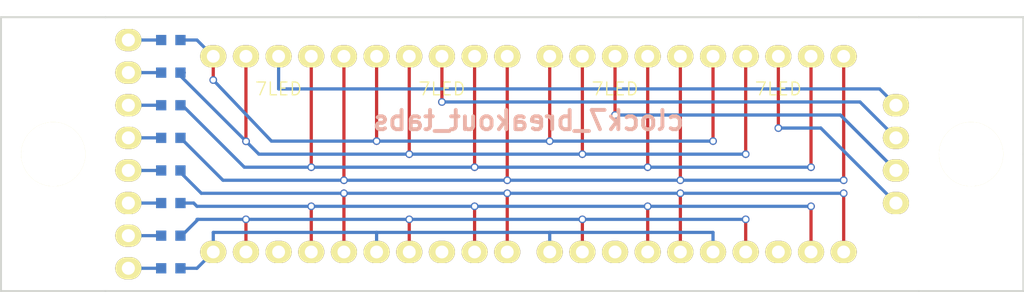
<source format=kicad_pcb>
(kicad_pcb (version 4) (host pcbnew 4.0.7-e2-6376~58~ubuntu16.04.1)

  (general
    (links 0)
    (no_connects 0)
    (area 84.002999 74.958999 142.719001 93.189001)
    (thickness 1.6)
    (drawings 10)
    (tracks 134)
    (zones 0)
    (modules 16)
    (nets 1)
  )

  (page A4)
  (layers
    (0 F.Cu signal)
    (31 B.Cu signal)
    (32 B.Adhes user)
    (33 F.Adhes user)
    (34 B.Paste user)
    (35 F.Paste user)
    (36 B.SilkS user)
    (37 F.SilkS user)
    (38 B.Mask user)
    (39 F.Mask user)
    (40 Dwgs.User user)
    (41 Cmts.User user)
    (42 Eco1.User user)
    (43 Eco2.User user)
    (44 Edge.Cuts user)
    (45 Margin user)
    (46 B.CrtYd user)
    (47 F.CrtYd user)
    (48 B.Fab user)
    (49 F.Fab user)
  )

  (setup
    (last_trace_width 0.25)
    (trace_clearance 0.2)
    (zone_clearance 0.508)
    (zone_45_only no)
    (trace_min 0.2)
    (segment_width 0.2)
    (edge_width 0.15)
    (via_size 0.6)
    (via_drill 0.4)
    (via_min_size 0.4)
    (via_min_drill 0.3)
    (uvia_size 0.3)
    (uvia_drill 0.1)
    (uvias_allowed no)
    (uvia_min_size 0.2)
    (uvia_min_drill 0.1)
    (pcb_text_width 0.3)
    (pcb_text_size 1.5 1.5)
    (mod_edge_width 0.15)
    (mod_text_size 1 1)
    (mod_text_width 0.15)
    (pad_size 1.524 1.524)
    (pad_drill 0.762)
    (pad_to_mask_clearance 0.2)
    (aux_axis_origin 0 0)
    (visible_elements FFFFFF7F)
    (pcbplotparams
      (layerselection 0x00030_80000001)
      (usegerberextensions false)
      (excludeedgelayer true)
      (linewidth 0.100000)
      (plotframeref false)
      (viasonmask false)
      (mode 1)
      (useauxorigin false)
      (hpglpennumber 1)
      (hpglpenspeed 20)
      (hpglpendiameter 15)
      (hpglpenoverlay 2)
      (psnegative false)
      (psa4output false)
      (plotreference true)
      (plotvalue true)
      (plotinvisibletext false)
      (padsonsilk false)
      (subtractmaskfromsilk false)
      (outputformat 1)
      (mirror false)
      (drillshape 1)
      (scaleselection 1)
      (outputdirectory ""))
  )

  (net 0 "")

  (net_class Default "This is the default net class."
    (clearance 0.2)
    (trace_width 0.25)
    (via_dia 0.6)
    (via_drill 0.4)
    (uvia_dia 0.3)
    (uvia_drill 0.1)
  )

  (module 00my_modules:R_0603 (layer B.Cu) (tedit 5415CC62) (tstamp 5AE91CC5)
    (at 88.9 75.184)
    (descr R0603)
    (tags "resistor capacitor led 0603")
    (attr smd)
    (fp_text reference "" (at 0 0) (layer B.SilkS)
      (effects (font (size 0.5 0.5) (thickness 0.1)) (justify mirror))
    )
    (fp_text value R (at 0 0) (layer B.Fab)
      (effects (font (size 0.5 0.5) (thickness 0.01)) (justify mirror))
    )
    (fp_line (start -1.2 0.45) (end 1.2 0.45) (layer B.CrtYd) (width 0.01))
    (fp_line (start -1.2 -0.45) (end 1.2 -0.45) (layer B.CrtYd) (width 0.01))
    (fp_line (start -1.2 0.45) (end -1.2 -0.45) (layer B.CrtYd) (width 0.01))
    (fp_line (start 1.2 0.45) (end 1.2 -0.45) (layer B.CrtYd) (width 0.01))
    (pad 1 smd rect (at -0.75 0) (size 0.8 0.8) (layers B.Cu B.Paste B.Mask))
    (pad 2 smd rect (at 0.75 0) (size 0.8 0.8) (layers B.Cu B.Paste B.Mask))
  )

  (module 00my_modules:Pin_Header_Straight_1x08 (layer F.Cu) (tedit 0) (tstamp 5AE919B3)
    (at 85.598 75.184)
    (descr "Through hole pin header")
    (tags "pin header")
    (fp_text reference "" (at 0 -2.4) (layer F.SilkS)
      (effects (font (size 0.5 0.5) (thickness 0.01)))
    )
    (fp_text value "" (at 0 -3.1) (layer F.Fab)
      (effects (font (size 0.5 0.5) (thickness 0.01)))
    )
    (fp_line (start -1.75 -1.75) (end -1.75 19.53) (layer F.CrtYd) (width 0.05))
    (fp_line (start 1.75 -1.75) (end 1.75 19.53) (layer F.CrtYd) (width 0.05))
    (fp_line (start -1.75 -1.75) (end 1.75 -1.75) (layer F.CrtYd) (width 0.05))
    (fp_line (start -1.75 19.53) (end 1.75 19.53) (layer F.CrtYd) (width 0.05))
    (pad 1 thru_hole oval (at 0 0) (size 2.032 1.7272) (drill 1.016) (layers *.Cu *.Mask F.SilkS))
    (pad 2 thru_hole oval (at 0 2.54) (size 2.032 1.7272) (drill 1.016) (layers *.Cu *.Mask F.SilkS))
    (pad 3 thru_hole oval (at 0 5.08) (size 2.032 1.7272) (drill 1.016) (layers *.Cu *.Mask F.SilkS))
    (pad 4 thru_hole oval (at 0 7.62) (size 2.032 1.7272) (drill 1.016) (layers *.Cu *.Mask F.SilkS))
    (pad 5 thru_hole oval (at 0 10.16) (size 2.032 1.7272) (drill 1.016) (layers *.Cu *.Mask F.SilkS))
    (pad 6 thru_hole oval (at 0 12.7) (size 2.032 1.7272) (drill 1.016) (layers *.Cu *.Mask F.SilkS))
    (pad 7 thru_hole oval (at 0 15.24) (size 2.032 1.7272) (drill 1.016) (layers *.Cu *.Mask F.SilkS))
    (pad 8 thru_hole oval (at 0 17.78) (size 2.032 1.7272) (drill 1.016) (layers *.Cu *.Mask F.SilkS))
  )

  (module 00my_modules:SevenSegmentLed (layer F.Cu) (tedit 0) (tstamp 5AE5DDFC)
    (at 92.202 76.454)
    (descr "seven segment led")
    (tags led)
    (fp_text reference 7LED (at 5.08 2.54) (layer F.SilkS)
      (effects (font (size 1 1) (thickness 0.1)))
    )
    (fp_text value "" (at 10.16 12.7) (layer F.Fab)
      (effects (font (size 0.5 0.5) (thickness 0.01)))
    )
    (fp_line (start -1.27 -1.27) (end -1.27 16.51) (layer F.CrtYd) (width 0.05))
    (fp_line (start 11.43 -1.27) (end 11.43 16.51) (layer F.CrtYd) (width 0.05))
    (fp_line (start -1.27 -1.27) (end 11.43 -1.27) (layer F.CrtYd) (width 0.05))
    (fp_line (start -1.27 16.51) (end 11.43 16.51) (layer F.CrtYd) (width 0.05))
    (pad 10 thru_hole oval (at 0 0) (size 2.032 1.7272) (drill 1) (layers *.Cu *.Mask F.SilkS))
    (pad 9 thru_hole oval (at 2.54 0) (size 2.032 1.7272) (drill 1) (layers *.Cu *.Mask F.SilkS))
    (pad 8 thru_hole oval (at 5.08 0) (size 2.032 1.7272) (drill 1) (layers *.Cu *.Mask F.SilkS))
    (pad 7 thru_hole oval (at 7.62 0) (size 2.032 1.7272) (drill 1) (layers *.Cu *.Mask F.SilkS))
    (pad 6 thru_hole oval (at 10.16 0) (size 2.032 1.7272) (drill 1) (layers *.Cu *.Mask F.SilkS))
    (pad 1 thru_hole oval (at 0 15.24) (size 2.032 1.7272) (drill 1) (layers *.Cu *.Mask F.SilkS))
    (pad 2 thru_hole oval (at 2.54 15.24) (size 2.032 1.7272) (drill 1) (layers *.Cu *.Mask F.SilkS))
    (pad 3 thru_hole oval (at 5.08 15.24) (size 2.032 1.7272) (drill 1) (layers *.Cu *.Mask F.SilkS))
    (pad 4 thru_hole oval (at 7.62 15.24) (size 2.032 1.7272) (drill 1) (layers *.Cu *.Mask F.SilkS))
    (pad 5 thru_hole oval (at 10.16 15.24) (size 2.032 1.7272) (drill 1) (layers *.Cu *.Mask F.SilkS))
  )

  (module 00my_modules:SevenSegmentLed (layer F.Cu) (tedit 0) (tstamp 5AE5DE1F)
    (at 104.902 76.454)
    (descr "seven segment led")
    (tags led)
    (fp_text reference 7LED (at 5.08 2.54) (layer F.SilkS)
      (effects (font (size 1 1) (thickness 0.1)))
    )
    (fp_text value "" (at 10.16 12.7) (layer F.Fab)
      (effects (font (size 0.5 0.5) (thickness 0.01)))
    )
    (fp_line (start -1.27 -1.27) (end -1.27 16.51) (layer F.CrtYd) (width 0.05))
    (fp_line (start 11.43 -1.27) (end 11.43 16.51) (layer F.CrtYd) (width 0.05))
    (fp_line (start -1.27 -1.27) (end 11.43 -1.27) (layer F.CrtYd) (width 0.05))
    (fp_line (start -1.27 16.51) (end 11.43 16.51) (layer F.CrtYd) (width 0.05))
    (pad 10 thru_hole oval (at 0 0) (size 2.032 1.7272) (drill 1) (layers *.Cu *.Mask F.SilkS))
    (pad 9 thru_hole oval (at 2.54 0) (size 2.032 1.7272) (drill 1) (layers *.Cu *.Mask F.SilkS))
    (pad 8 thru_hole oval (at 5.08 0) (size 2.032 1.7272) (drill 1) (layers *.Cu *.Mask F.SilkS))
    (pad 7 thru_hole oval (at 7.62 0) (size 2.032 1.7272) (drill 1) (layers *.Cu *.Mask F.SilkS))
    (pad 6 thru_hole oval (at 10.16 0) (size 2.032 1.7272) (drill 1) (layers *.Cu *.Mask F.SilkS))
    (pad 1 thru_hole oval (at 0 15.24) (size 2.032 1.7272) (drill 1) (layers *.Cu *.Mask F.SilkS))
    (pad 2 thru_hole oval (at 2.54 15.24) (size 2.032 1.7272) (drill 1) (layers *.Cu *.Mask F.SilkS))
    (pad 3 thru_hole oval (at 5.08 15.24) (size 2.032 1.7272) (drill 1) (layers *.Cu *.Mask F.SilkS))
    (pad 4 thru_hole oval (at 7.62 15.24) (size 2.032 1.7272) (drill 1) (layers *.Cu *.Mask F.SilkS))
    (pad 5 thru_hole oval (at 10.16 15.24) (size 2.032 1.7272) (drill 1) (layers *.Cu *.Mask F.SilkS))
  )

  (module 00my_modules:SevenSegmentLed (layer F.Cu) (tedit 0) (tstamp 5AE5DE42)
    (at 118.364 76.454)
    (descr "seven segment led")
    (tags led)
    (fp_text reference 7LED (at 5.08 2.54) (layer F.SilkS)
      (effects (font (size 1 1) (thickness 0.1)))
    )
    (fp_text value "" (at 10.16 12.7) (layer F.Fab)
      (effects (font (size 0.5 0.5) (thickness 0.01)))
    )
    (fp_line (start -1.27 -1.27) (end -1.27 16.51) (layer F.CrtYd) (width 0.05))
    (fp_line (start 11.43 -1.27) (end 11.43 16.51) (layer F.CrtYd) (width 0.05))
    (fp_line (start -1.27 -1.27) (end 11.43 -1.27) (layer F.CrtYd) (width 0.05))
    (fp_line (start -1.27 16.51) (end 11.43 16.51) (layer F.CrtYd) (width 0.05))
    (pad 10 thru_hole oval (at 0 0) (size 2.032 1.7272) (drill 1) (layers *.Cu *.Mask F.SilkS))
    (pad 9 thru_hole oval (at 2.54 0) (size 2.032 1.7272) (drill 1) (layers *.Cu *.Mask F.SilkS))
    (pad 8 thru_hole oval (at 5.08 0) (size 2.032 1.7272) (drill 1) (layers *.Cu *.Mask F.SilkS))
    (pad 7 thru_hole oval (at 7.62 0) (size 2.032 1.7272) (drill 1) (layers *.Cu *.Mask F.SilkS))
    (pad 6 thru_hole oval (at 10.16 0) (size 2.032 1.7272) (drill 1) (layers *.Cu *.Mask F.SilkS))
    (pad 1 thru_hole oval (at 0 15.24) (size 2.032 1.7272) (drill 1) (layers *.Cu *.Mask F.SilkS))
    (pad 2 thru_hole oval (at 2.54 15.24) (size 2.032 1.7272) (drill 1) (layers *.Cu *.Mask F.SilkS))
    (pad 3 thru_hole oval (at 5.08 15.24) (size 2.032 1.7272) (drill 1) (layers *.Cu *.Mask F.SilkS))
    (pad 4 thru_hole oval (at 7.62 15.24) (size 2.032 1.7272) (drill 1) (layers *.Cu *.Mask F.SilkS))
    (pad 5 thru_hole oval (at 10.16 15.24) (size 2.032 1.7272) (drill 1) (layers *.Cu *.Mask F.SilkS))
  )

  (module 00my_modules:SevenSegmentLed (layer F.Cu) (tedit 0) (tstamp 5AE5DE77)
    (at 131.064 76.454)
    (descr "seven segment led")
    (tags led)
    (fp_text reference 7LED (at 5.08 2.54) (layer F.SilkS)
      (effects (font (size 1 1) (thickness 0.1)))
    )
    (fp_text value "" (at 10.16 12.7) (layer F.Fab)
      (effects (font (size 0.5 0.5) (thickness 0.01)))
    )
    (fp_line (start -1.27 -1.27) (end -1.27 16.51) (layer F.CrtYd) (width 0.05))
    (fp_line (start 11.43 -1.27) (end 11.43 16.51) (layer F.CrtYd) (width 0.05))
    (fp_line (start -1.27 -1.27) (end 11.43 -1.27) (layer F.CrtYd) (width 0.05))
    (fp_line (start -1.27 16.51) (end 11.43 16.51) (layer F.CrtYd) (width 0.05))
    (pad 10 thru_hole oval (at 0 0) (size 2.032 1.7272) (drill 1) (layers *.Cu *.Mask F.SilkS))
    (pad 9 thru_hole oval (at 2.54 0) (size 2.032 1.7272) (drill 1) (layers *.Cu *.Mask F.SilkS))
    (pad 8 thru_hole oval (at 5.08 0) (size 2.032 1.7272) (drill 1) (layers *.Cu *.Mask F.SilkS))
    (pad 7 thru_hole oval (at 7.62 0) (size 2.032 1.7272) (drill 1) (layers *.Cu *.Mask F.SilkS))
    (pad 6 thru_hole oval (at 10.16 0) (size 2.032 1.7272) (drill 1) (layers *.Cu *.Mask F.SilkS))
    (pad 1 thru_hole oval (at 0 15.24) (size 2.032 1.7272) (drill 1) (layers *.Cu *.Mask F.SilkS))
    (pad 2 thru_hole oval (at 2.54 15.24) (size 2.032 1.7272) (drill 1) (layers *.Cu *.Mask F.SilkS))
    (pad 3 thru_hole oval (at 5.08 15.24) (size 2.032 1.7272) (drill 1) (layers *.Cu *.Mask F.SilkS))
    (pad 4 thru_hole oval (at 7.62 15.24) (size 2.032 1.7272) (drill 1) (layers *.Cu *.Mask F.SilkS))
    (pad 5 thru_hole oval (at 10.16 15.24) (size 2.032 1.7272) (drill 1) (layers *.Cu *.Mask F.SilkS))
  )

  (module 00my_modules:Pin_Header_Straight_1x04 (layer F.Cu) (tedit 0) (tstamp 5AE9170B)
    (at 145.288 80.264)
    (descr "Through hole pin header")
    (tags "pin header")
    (fp_text reference "" (at 0 -2.4) (layer F.SilkS)
      (effects (font (size 0.5 0.5) (thickness 0.01)))
    )
    (fp_text value "" (at 0 -3.1) (layer F.Fab)
      (effects (font (size 0.5 0.5) (thickness 0.01)))
    )
    (fp_line (start -1.75 -1.75) (end -1.75 9.37) (layer F.CrtYd) (width 0.05))
    (fp_line (start 1.75 -1.75) (end 1.75 9.37) (layer F.CrtYd) (width 0.05))
    (fp_line (start -1.75 -1.75) (end 1.75 -1.75) (layer F.CrtYd) (width 0.05))
    (fp_line (start -1.75 9.37) (end 1.75 9.37) (layer F.CrtYd) (width 0.05))
    (pad 1 thru_hole oval (at 0 0) (size 2.032 1.7272) (drill 1.016) (layers *.Cu *.Mask F.SilkS))
    (pad 2 thru_hole oval (at 0 2.54) (size 2.032 1.7272) (drill 1.016) (layers *.Cu *.Mask F.SilkS))
    (pad 3 thru_hole oval (at 0 5.08) (size 2.032 1.7272) (drill 1.016) (layers *.Cu *.Mask F.SilkS))
    (pad 4 thru_hole oval (at 0 7.62) (size 2.032 1.7272) (drill 1.016) (layers *.Cu *.Mask F.SilkS))
  )

  (module 00my_modules:R_0603 (layer B.Cu) (tedit 5415CC62) (tstamp 5AE91C3E)
    (at 88.9 92.964)
    (descr R0603)
    (tags "resistor capacitor led 0603")
    (attr smd)
    (fp_text reference "" (at 0 0) (layer B.SilkS)
      (effects (font (size 0.5 0.5) (thickness 0.1)) (justify mirror))
    )
    (fp_text value R (at 0 0) (layer B.Fab)
      (effects (font (size 0.5 0.5) (thickness 0.01)) (justify mirror))
    )
    (fp_line (start -1.2 0.45) (end 1.2 0.45) (layer B.CrtYd) (width 0.01))
    (fp_line (start -1.2 -0.45) (end 1.2 -0.45) (layer B.CrtYd) (width 0.01))
    (fp_line (start -1.2 0.45) (end -1.2 -0.45) (layer B.CrtYd) (width 0.01))
    (fp_line (start 1.2 0.45) (end 1.2 -0.45) (layer B.CrtYd) (width 0.01))
    (pad 1 smd rect (at -0.75 0) (size 0.8 0.8) (layers B.Cu B.Paste B.Mask))
    (pad 2 smd rect (at 0.75 0) (size 0.8 0.8) (layers B.Cu B.Paste B.Mask))
  )

  (module 00my_modules:R_0603 (layer B.Cu) (tedit 5415CC62) (tstamp 5AE91C51)
    (at 88.9 90.424)
    (descr R0603)
    (tags "resistor capacitor led 0603")
    (attr smd)
    (fp_text reference "" (at 0 0) (layer B.SilkS)
      (effects (font (size 0.5 0.5) (thickness 0.1)) (justify mirror))
    )
    (fp_text value R (at 0 0) (layer B.Fab)
      (effects (font (size 0.5 0.5) (thickness 0.01)) (justify mirror))
    )
    (fp_line (start -1.2 0.45) (end 1.2 0.45) (layer B.CrtYd) (width 0.01))
    (fp_line (start -1.2 -0.45) (end 1.2 -0.45) (layer B.CrtYd) (width 0.01))
    (fp_line (start -1.2 0.45) (end -1.2 -0.45) (layer B.CrtYd) (width 0.01))
    (fp_line (start 1.2 0.45) (end 1.2 -0.45) (layer B.CrtYd) (width 0.01))
    (pad 1 smd rect (at -0.75 0) (size 0.8 0.8) (layers B.Cu B.Paste B.Mask))
    (pad 2 smd rect (at 0.75 0) (size 0.8 0.8) (layers B.Cu B.Paste B.Mask))
  )

  (module 00my_modules:R_0603 (layer B.Cu) (tedit 5415CC62) (tstamp 5AE91C64)
    (at 88.9 87.884)
    (descr R0603)
    (tags "resistor capacitor led 0603")
    (attr smd)
    (fp_text reference "" (at 0 0) (layer B.SilkS)
      (effects (font (size 0.5 0.5) (thickness 0.1)) (justify mirror))
    )
    (fp_text value R (at 0 0) (layer B.Fab)
      (effects (font (size 0.5 0.5) (thickness 0.01)) (justify mirror))
    )
    (fp_line (start -1.2 0.45) (end 1.2 0.45) (layer B.CrtYd) (width 0.01))
    (fp_line (start -1.2 -0.45) (end 1.2 -0.45) (layer B.CrtYd) (width 0.01))
    (fp_line (start -1.2 0.45) (end -1.2 -0.45) (layer B.CrtYd) (width 0.01))
    (fp_line (start 1.2 0.45) (end 1.2 -0.45) (layer B.CrtYd) (width 0.01))
    (pad 1 smd rect (at -0.75 0) (size 0.8 0.8) (layers B.Cu B.Paste B.Mask))
    (pad 2 smd rect (at 0.75 0) (size 0.8 0.8) (layers B.Cu B.Paste B.Mask))
  )

  (module 00my_modules:R_0603 (layer B.Cu) (tedit 5415CC62) (tstamp 5AE91C78)
    (at 88.9 85.344)
    (descr R0603)
    (tags "resistor capacitor led 0603")
    (attr smd)
    (fp_text reference "" (at 0 0) (layer B.SilkS)
      (effects (font (size 0.5 0.5) (thickness 0.1)) (justify mirror))
    )
    (fp_text value R (at 0 0) (layer B.Fab)
      (effects (font (size 0.5 0.5) (thickness 0.01)) (justify mirror))
    )
    (fp_line (start -1.2 0.45) (end 1.2 0.45) (layer B.CrtYd) (width 0.01))
    (fp_line (start -1.2 -0.45) (end 1.2 -0.45) (layer B.CrtYd) (width 0.01))
    (fp_line (start -1.2 0.45) (end -1.2 -0.45) (layer B.CrtYd) (width 0.01))
    (fp_line (start 1.2 0.45) (end 1.2 -0.45) (layer B.CrtYd) (width 0.01))
    (pad 1 smd rect (at -0.75 0) (size 0.8 0.8) (layers B.Cu B.Paste B.Mask))
    (pad 2 smd rect (at 0.75 0) (size 0.8 0.8) (layers B.Cu B.Paste B.Mask))
  )

  (module 00my_modules:R_0603 (layer B.Cu) (tedit 5415CC62) (tstamp 5AE91C8B)
    (at 88.9 82.804)
    (descr R0603)
    (tags "resistor capacitor led 0603")
    (attr smd)
    (fp_text reference "" (at 0 0) (layer B.SilkS)
      (effects (font (size 0.5 0.5) (thickness 0.1)) (justify mirror))
    )
    (fp_text value R (at 0 0) (layer B.Fab)
      (effects (font (size 0.5 0.5) (thickness 0.01)) (justify mirror))
    )
    (fp_line (start -1.2 0.45) (end 1.2 0.45) (layer B.CrtYd) (width 0.01))
    (fp_line (start -1.2 -0.45) (end 1.2 -0.45) (layer B.CrtYd) (width 0.01))
    (fp_line (start -1.2 0.45) (end -1.2 -0.45) (layer B.CrtYd) (width 0.01))
    (fp_line (start 1.2 0.45) (end 1.2 -0.45) (layer B.CrtYd) (width 0.01))
    (pad 1 smd rect (at -0.75 0) (size 0.8 0.8) (layers B.Cu B.Paste B.Mask))
    (pad 2 smd rect (at 0.75 0) (size 0.8 0.8) (layers B.Cu B.Paste B.Mask))
  )

  (module 00my_modules:R_0603 (layer B.Cu) (tedit 5415CC62) (tstamp 5AE91C9E)
    (at 88.9 80.264)
    (descr R0603)
    (tags "resistor capacitor led 0603")
    (attr smd)
    (fp_text reference "" (at 0 0) (layer B.SilkS)
      (effects (font (size 0.5 0.5) (thickness 0.1)) (justify mirror))
    )
    (fp_text value R (at 0 0) (layer B.Fab)
      (effects (font (size 0.5 0.5) (thickness 0.01)) (justify mirror))
    )
    (fp_line (start -1.2 0.45) (end 1.2 0.45) (layer B.CrtYd) (width 0.01))
    (fp_line (start -1.2 -0.45) (end 1.2 -0.45) (layer B.CrtYd) (width 0.01))
    (fp_line (start -1.2 0.45) (end -1.2 -0.45) (layer B.CrtYd) (width 0.01))
    (fp_line (start 1.2 0.45) (end 1.2 -0.45) (layer B.CrtYd) (width 0.01))
    (pad 1 smd rect (at -0.75 0) (size 0.8 0.8) (layers B.Cu B.Paste B.Mask))
    (pad 2 smd rect (at 0.75 0) (size 0.8 0.8) (layers B.Cu B.Paste B.Mask))
  )

  (module 00my_modules:R_0603 (layer B.Cu) (tedit 5415CC62) (tstamp 5AE91CB1)
    (at 88.9 77.724)
    (descr R0603)
    (tags "resistor capacitor led 0603")
    (attr smd)
    (fp_text reference "" (at 0 0) (layer B.SilkS)
      (effects (font (size 0.5 0.5) (thickness 0.1)) (justify mirror))
    )
    (fp_text value R (at 0 0) (layer B.Fab)
      (effects (font (size 0.5 0.5) (thickness 0.01)) (justify mirror))
    )
    (fp_line (start -1.2 0.45) (end 1.2 0.45) (layer B.CrtYd) (width 0.01))
    (fp_line (start -1.2 -0.45) (end 1.2 -0.45) (layer B.CrtYd) (width 0.01))
    (fp_line (start -1.2 0.45) (end -1.2 -0.45) (layer B.CrtYd) (width 0.01))
    (fp_line (start 1.2 0.45) (end 1.2 -0.45) (layer B.CrtYd) (width 0.01))
    (pad 1 smd rect (at -0.75 0) (size 0.8 0.8) (layers B.Cu B.Paste B.Mask))
    (pad 2 smd rect (at 0.75 0) (size 0.8 0.8) (layers B.Cu B.Paste B.Mask))
  )

  (module 00my_modules:Hole0 (layer F.Cu) (tedit 0) (tstamp 5AE92300)
    (at 151.13 84.074)
    (descr hole0)
    (tags hole)
    (fp_text reference "" (at 0 0) (layer F.SilkS)
      (effects (font (size 0.5 0.5) (thickness 0.01)))
    )
    (fp_text value "" (at 0 0) (layer F.Fab)
      (effects (font (size 0.5 0.5) (thickness 0.01)))
    )
    (pad "" np_thru_hole circle (at 0 0) (size 5 5) (drill 5) (layers *.Cu *.Mask F.SilkS))
  )

  (module 00my_modules:Hole0 (layer F.Cu) (tedit 0) (tstamp 5AE92313)
    (at 79.756 84.074)
    (descr hole0)
    (tags hole)
    (fp_text reference "" (at 0 0) (layer F.SilkS)
      (effects (font (size 0.5 0.5) (thickness 0.01)))
    )
    (fp_text value "" (at 0 0) (layer F.Fab)
      (effects (font (size 0.5 0.5) (thickness 0.01)))
    )
    (pad "" np_thru_hole circle (at 0 0) (size 5 5) (drill 5) (layers *.Cu *.Mask F.SilkS))
  )

  (gr_line (start 155.194 94.742) (end 147.066 94.742) (angle 90) (layer Edge.Cuts) (width 0.15))
  (gr_line (start 155.194 84.074) (end 155.194 94.742) (angle 90) (layer Edge.Cuts) (width 0.15))
  (gr_line (start 155.194 73.406) (end 147.066 73.406) (angle 90) (layer Edge.Cuts) (width 0.15))
  (gr_line (start 155.194 84.074) (end 155.194 73.406) (angle 90) (layer Edge.Cuts) (width 0.15))
  (gr_line (start 75.692 94.742) (end 83.82 94.742) (angle 90) (layer Edge.Cuts) (width 0.15))
  (gr_line (start 75.692 73.406) (end 75.692 94.742) (angle 90) (layer Edge.Cuts) (width 0.15))
  (gr_line (start 83.82 73.406) (end 75.692 73.406) (angle 90) (layer Edge.Cuts) (width 0.15))
  (gr_line (start 83.82 73.406) (end 147.066 73.406) (angle 90) (layer Edge.Cuts) (width 0.15))
  (gr_text clock7_breakout_tabs (at 116.7 81.45) (layer B.SilkS)
    (effects (font (size 1.5 1.5) (thickness 0.3)) (justify mirror))
  )
  (gr_line (start 83.82 94.742) (end 147.066 94.742) (angle 90) (layer Edge.Cuts) (width 0.15))

  (segment (start 88.15 92.964) (end 85.598 92.964) (width 0.25) (layer B.Cu) (net 0) (status C00000))
  (segment (start 88.15 90.424) (end 85.598 90.424) (width 0.25) (layer B.Cu) (net 0) (status C00000))
  (segment (start 88.15 87.884) (end 85.598 87.884) (width 0.25) (layer B.Cu) (net 0) (status C00000))
  (segment (start 88.15 85.344) (end 85.598 85.344) (width 0.25) (layer B.Cu) (net 0) (status C00000))
  (segment (start 88.15 82.804) (end 85.598 82.804) (width 0.25) (layer B.Cu) (net 0) (status C00000))
  (segment (start 88.15 80.264) (end 85.598 80.264) (width 0.25) (layer B.Cu) (net 0) (status C00000))
  (segment (start 85.598 77.724) (end 88.15 77.724) (width 0.25) (layer B.Cu) (net 0) (status C00000))
  (segment (start 88.15 75.184) (end 85.598 75.184) (width 0.25) (layer B.Cu) (net 0) (status C00000))
  (segment (start 89.65 77.724) (end 89.65 77.975) (width 0.25) (layer B.Cu) (net 0))
  (segment (start 89.65 77.975) (end 94.75 83.075) (width 0.25) (layer B.Cu) (net 0) (tstamp 5AE920A6))
  (segment (start 94.742 76.454) (end 94.742 83.067) (width 0.25) (layer F.Cu) (net 0))
  (segment (start 95.758 84.074) (end 107.442 84.074) (width 0.25) (layer B.Cu) (net 0) (tstamp 5AE92093))
  (segment (start 95.749 84.074) (end 95.758 84.074) (width 0.25) (layer B.Cu) (net 0) (tstamp 5AE920A4))
  (segment (start 94.75 83.075) (end 95.749 84.074) (width 0.25) (layer B.Cu) (net 0) (tstamp 5AE920A3))
  (via (at 94.75 83.075) (size 0.6) (drill 0.4) (layers F.Cu B.Cu) (net 0))
  (segment (start 94.742 83.067) (end 94.75 83.075) (width 0.25) (layer F.Cu) (net 0) (tstamp 5AE9209F))
  (segment (start 89.65 85.344) (end 89.65 85.5) (width 0.25) (layer B.Cu) (net 0))
  (segment (start 89.65 85.5) (end 91.272 87.122) (width 0.25) (layer B.Cu) (net 0) (tstamp 5AE92085))
  (segment (start 89.65 82.804) (end 89.654 82.804) (width 0.25) (layer B.Cu) (net 0))
  (segment (start 89.654 82.804) (end 92.956 86.106) (width 0.25) (layer B.Cu) (net 0) (tstamp 5AE9207F))
  (segment (start 89.65 80.264) (end 89.789 80.264) (width 0.25) (layer B.Cu) (net 0))
  (segment (start 89.789 80.264) (end 94.615 85.09) (width 0.25) (layer B.Cu) (net 0) (tstamp 5AE9207A))
  (segment (start 89.65 77.724) (end 89.949 77.724) (width 0.25) (layer B.Cu) (net 0))
  (segment (start 91.272 87.122) (end 102.362 87.122) (width 0.25) (layer B.Cu) (net 0) (tstamp 5AE92087))
  (segment (start 89.65 90.424) (end 89.751 90.424) (width 0.25) (layer B.Cu) (net 0))
  (segment (start 89.751 90.424) (end 91.021 89.154) (width 0.25) (layer B.Cu) (net 0) (tstamp 5AE9204F))
  (segment (start 89.65 87.884) (end 90.678 87.884) (width 0.25) (layer B.Cu) (net 0))
  (segment (start 90.932 88.138) (end 99.822 88.138) (width 0.25) (layer B.Cu) (net 0))
  (segment (start 90.678 87.884) (end 90.932 88.138) (width 0.25) (layer B.Cu) (net 0) (tstamp 5AE9204D))
  (segment (start 89.65 92.964) (end 90.932 92.964) (width 0.25) (layer B.Cu) (net 0))
  (segment (start 90.932 92.964) (end 92.202 91.694) (width 0.25) (layer B.Cu) (net 0) (tstamp 5AE92049))
  (segment (start 94.615 85.09) (end 99.822 85.09) (width 0.25) (layer B.Cu) (net 0) (tstamp 5AE9207C))
  (segment (start 89.65 75.184) (end 90.932 75.184) (width 0.25) (layer B.Cu) (net 0))
  (segment (start 90.932 75.184) (end 92.202 76.454) (width 0.25) (layer B.Cu) (net 0) (tstamp 5AE92011))
  (segment (start 102.362 86.106) (end 92.956 86.106) (width 0.25) (layer B.Cu) (net 0))
  (segment (start 94.742 89.154) (end 91.021 89.154) (width 0.25) (layer B.Cu) (net 0))
  (segment (start 91.021 89.154) (end 90.932 89.154) (width 0.25) (layer B.Cu) (net 0) (tstamp 5AE92051))
  (segment (start 97.282 78.994) (end 144.018 78.994) (width 0.25) (layer B.Cu) (net 0))
  (segment (start 144.018 78.994) (end 145.288 80.264) (width 0.25) (layer B.Cu) (net 0) (tstamp 5AE91722))
  (segment (start 109.982 80.01) (end 142.494 80.01) (width 0.25) (layer B.Cu) (net 0))
  (segment (start 142.494 80.01) (end 145.288 82.804) (width 0.25) (layer B.Cu) (net 0) (tstamp 5AE9171F))
  (segment (start 123.444 81.026) (end 140.97 81.026) (width 0.25) (layer B.Cu) (net 0))
  (segment (start 140.97 81.026) (end 145.288 85.344) (width 0.25) (layer B.Cu) (net 0) (tstamp 5AE9171C))
  (segment (start 136.144 82.042) (end 139.446 82.042) (width 0.25) (layer B.Cu) (net 0))
  (segment (start 139.446 82.042) (end 145.288 87.884) (width 0.25) (layer B.Cu) (net 0) (tstamp 5AE91719))
  (segment (start 97.282 78.994) (end 97.282 76.454) (width 0.25) (layer B.Cu) (net 0))
  (via (at 109.982 80.01) (size 0.6) (drill 0.4) (layers F.Cu B.Cu) (net 0))
  (segment (start 109.982 80.01) (end 109.982 76.454) (width 0.25) (layer F.Cu) (net 0))
  (segment (start 123.444 81.026) (end 123.444 76.454) (width 0.25) (layer F.Cu) (net 0) (tstamp 5AE5E05B))
  (via (at 123.444 81.026) (size 0.6) (drill 0.4) (layers F.Cu B.Cu) (net 0))
  (via (at 136.144 82.042) (size 0.6) (drill 0.4) (layers F.Cu B.Cu) (net 0))
  (segment (start 136.144 82.042) (end 136.144 76.454) (width 0.25) (layer F.Cu) (net 0))
  (via (at 118.364 83.058) (size 0.6) (drill 0.4) (layers F.Cu B.Cu) (net 0))
  (segment (start 118.364 83.058) (end 118.364 76.454) (width 0.25) (layer F.Cu) (net 0) (tstamp 5AE5E0EE))
  (segment (start 120.904 76.454) (end 120.904 84.074) (width 0.25) (layer F.Cu) (net 0))
  (via (at 120.904 84.074) (size 0.6) (drill 0.4) (layers F.Cu B.Cu) (net 0))
  (via (at 125.984 85.09) (size 0.6) (drill 0.4) (layers F.Cu B.Cu) (net 0))
  (segment (start 125.984 85.09) (end 125.984 76.454) (width 0.25) (layer F.Cu) (net 0) (tstamp 5AE5E0E2))
  (segment (start 128.524 76.454) (end 128.524 86.106) (width 0.25) (layer F.Cu) (net 0))
  (via (at 128.524 86.106) (size 0.6) (drill 0.4) (layers F.Cu B.Cu) (net 0))
  (via (at 104.902 83.058) (size 0.6) (drill 0.4) (layers F.Cu B.Cu) (net 0))
  (segment (start 104.902 83.058) (end 104.902 76.454) (width 0.25) (layer F.Cu) (net 0) (tstamp 5AE5E0D6))
  (segment (start 107.442 76.454) (end 107.442 84.074) (width 0.25) (layer F.Cu) (net 0))
  (via (at 107.442 84.074) (size 0.6) (drill 0.4) (layers F.Cu B.Cu) (net 0))
  (via (at 112.522 85.09) (size 0.6) (drill 0.4) (layers F.Cu B.Cu) (net 0))
  (segment (start 112.522 85.09) (end 112.522 76.454) (width 0.25) (layer F.Cu) (net 0) (tstamp 5AE5E0CA))
  (segment (start 115.062 76.454) (end 115.062 86.106) (width 0.25) (layer F.Cu) (net 0))
  (via (at 115.062 86.106) (size 0.6) (drill 0.4) (layers F.Cu B.Cu) (net 0))
  (via (at 92.2 78.3) (size 0.6) (drill 0.4) (layers F.Cu B.Cu) (net 0))
  (segment (start 92.2 78.3) (end 92.202 76.454) (width 0.25) (layer F.Cu) (net 0) (tstamp 5AE5E0BE))
  (segment (start 99.822 76.454) (end 99.822 85.09) (width 0.25) (layer F.Cu) (net 0))
  (via (at 99.822 85.09) (size 0.6) (drill 0.4) (layers F.Cu B.Cu) (net 0))
  (via (at 102.362 86.106) (size 0.6) (drill 0.4) (layers F.Cu B.Cu) (net 0))
  (segment (start 102.362 86.106) (end 102.362 76.454) (width 0.25) (layer F.Cu) (net 0) (tstamp 5AE5E0A5))
  (segment (start 102.362 91.694) (end 102.362 87.122) (width 0.25) (layer F.Cu) (net 0))
  (via (at 102.362 87.122) (size 0.6) (drill 0.4) (layers F.Cu B.Cu) (net 0))
  (via (at 99.822 88.138) (size 0.6) (drill 0.4) (layers F.Cu B.Cu) (net 0))
  (segment (start 99.822 88.138) (end 99.822 91.694) (width 0.25) (layer F.Cu) (net 0) (tstamp 5AE5E099))
  (segment (start 94.742 91.694) (end 94.742 89.154) (width 0.25) (layer F.Cu) (net 0))
  (via (at 94.742 89.154) (size 0.6) (drill 0.4) (layers F.Cu B.Cu) (net 0))
  (via (at 115.062 87.122) (size 0.6) (drill 0.4) (layers F.Cu B.Cu) (net 0))
  (segment (start 115.062 87.122) (end 115.062 91.694) (width 0.25) (layer F.Cu) (net 0) (tstamp 5AE5E08D))
  (segment (start 112.522 91.694) (end 112.522 88.138) (width 0.25) (layer F.Cu) (net 0))
  (via (at 112.522 88.138) (size 0.6) (drill 0.4) (layers F.Cu B.Cu) (net 0))
  (via (at 107.442 89.154) (size 0.6) (drill 0.4) (layers F.Cu B.Cu) (net 0))
  (segment (start 107.442 89.154) (end 107.442 91.694) (width 0.25) (layer F.Cu) (net 0) (tstamp 5AE5E080))
  (segment (start 128.524 91.694) (end 128.524 87.122) (width 0.25) (layer F.Cu) (net 0))
  (via (at 128.524 87.122) (size 0.6) (drill 0.4) (layers F.Cu B.Cu) (net 0))
  (via (at 125.984 88.138) (size 0.6) (drill 0.4) (layers F.Cu B.Cu) (net 0))
  (segment (start 125.984 88.138) (end 125.984 91.694) (width 0.25) (layer F.Cu) (net 0) (tstamp 5AE5E074))
  (segment (start 120.904 91.694) (end 120.904 89.154) (width 0.25) (layer F.Cu) (net 0))
  (via (at 120.904 89.154) (size 0.6) (drill 0.4) (layers F.Cu B.Cu) (net 0))
  (via (at 131.064 83.058) (size 0.6) (drill 0.4) (layers F.Cu B.Cu) (net 0))
  (segment (start 131.064 83.058) (end 131.064 76.454) (width 0.25) (layer F.Cu) (net 0) (tstamp 5AE5E04A))
  (segment (start 133.604 76.454) (end 133.604 84.074) (width 0.25) (layer F.Cu) (net 0))
  (via (at 133.604 84.074) (size 0.6) (drill 0.4) (layers F.Cu B.Cu) (net 0))
  (via (at 138.684 85.09) (size 0.6) (drill 0.4) (layers F.Cu B.Cu) (net 0))
  (segment (start 138.684 85.09) (end 138.684 76.454) (width 0.25) (layer F.Cu) (net 0) (tstamp 5AE5E03E))
  (segment (start 141.224 76.454) (end 141.224 86.106) (width 0.25) (layer F.Cu) (net 0))
  (via (at 141.224 86.106) (size 0.6) (drill 0.4) (layers F.Cu B.Cu) (net 0))
  (segment (start 141.224 91.694) (end 141.224 87.122) (width 0.25) (layer F.Cu) (net 0))
  (via (at 141.224 87.122) (size 0.6) (drill 0.4) (layers F.Cu B.Cu) (net 0))
  (via (at 138.684 88.138) (size 0.6) (drill 0.4) (layers F.Cu B.Cu) (net 0))
  (segment (start 138.684 88.138) (end 138.684 91.694) (width 0.25) (layer F.Cu) (net 0) (tstamp 5AE5E027))
  (segment (start 133.604 91.694) (end 133.604 89.154) (width 0.25) (layer F.Cu) (net 0))
  (via (at 133.604 89.154) (size 0.6) (drill 0.4) (layers F.Cu B.Cu) (net 0))
  (segment (start 131.064 91.694) (end 131.064 90.17) (width 0.25) (layer B.Cu) (net 0))
  (segment (start 118.364 91.694) (end 118.364 90.17) (width 0.25) (layer B.Cu) (net 0))
  (segment (start 104.902 91.694) (end 104.902 90.17) (width 0.25) (layer B.Cu) (net 0))
  (segment (start 92.202 91.694) (end 92.202 90.17) (width 0.25) (layer B.Cu) (net 0))
  (segment (start 92.202 90.17) (end 104.902 90.17) (width 0.25) (layer B.Cu) (net 0) (tstamp 5AE5E010))
  (segment (start 104.902 90.17) (end 118.364 90.17) (width 0.25) (layer B.Cu) (net 0) (tstamp 5AE5E014))
  (segment (start 118.364 90.17) (end 131.064 90.17) (width 0.25) (layer B.Cu) (net 0) (tstamp 5AE5E018))
  (segment (start 94.742 89.154) (end 107.442 89.154) (width 0.25) (layer B.Cu) (net 0) (tstamp 5AE5E094))
  (segment (start 107.442 89.154) (end 120.904 89.154) (width 0.25) (layer B.Cu) (net 0) (tstamp 5AE5E07D))
  (segment (start 120.904 89.154) (end 133.604 89.154) (width 0.25) (layer B.Cu) (net 0) (tstamp 5AE5E06F))
  (segment (start 99.822 88.138) (end 112.522 88.138) (width 0.25) (layer B.Cu) (net 0) (tstamp 5AE5E096))
  (segment (start 112.522 88.138) (end 125.984 88.138) (width 0.25) (layer B.Cu) (net 0) (tstamp 5AE5E087))
  (segment (start 125.984 88.138) (end 138.684 88.138) (width 0.25) (layer B.Cu) (net 0) (tstamp 5AE5E071))
  (segment (start 102.362 87.122) (end 115.062 87.122) (width 0.25) (layer B.Cu) (net 0) (tstamp 5AE5E0A0))
  (segment (start 115.062 87.122) (end 128.524 87.122) (width 0.25) (layer B.Cu) (net 0) (tstamp 5AE5E08A))
  (segment (start 128.524 87.122) (end 141.224 87.122) (width 0.25) (layer B.Cu) (net 0) (tstamp 5AE5E07B))
  (segment (start 102.362 86.106) (end 115.062 86.106) (width 0.25) (layer B.Cu) (net 0) (tstamp 5AE5E0A2))
  (segment (start 115.062 86.106) (end 128.524 86.106) (width 0.25) (layer B.Cu) (net 0) (tstamp 5AE5E0C5))
  (segment (start 128.524 86.106) (end 141.224 86.106) (width 0.25) (layer B.Cu) (net 0) (tstamp 5AE5E0DD))
  (segment (start 99.822 85.09) (end 112.522 85.09) (width 0.25) (layer B.Cu) (net 0) (tstamp 5AE5E0AC))
  (segment (start 112.522 85.09) (end 125.984 85.09) (width 0.25) (layer B.Cu) (net 0) (tstamp 5AE5E0C7))
  (segment (start 125.984 85.09) (end 138.684 85.09) (width 0.25) (layer B.Cu) (net 0) (tstamp 5AE5E0DF))
  (segment (start 107.442 84.074) (end 120.904 84.074) (width 0.25) (layer B.Cu) (net 0) (tstamp 5AE5E0D1))
  (segment (start 120.904 84.074) (end 133.604 84.074) (width 0.25) (layer B.Cu) (net 0) (tstamp 5AE5E0E9))
  (segment (start 92.2 78.3) (end 96.725 83.058) (width 0.25) (layer B.Cu) (net 0) (tstamp 5AE5E0BB))
  (segment (start 96.725 83.058) (end 104.902 83.058) (width 0.25) (layer B.Cu) (net 0) (tstamp 5AE9206E))
  (segment (start 104.902 83.058) (end 118.364 83.058) (width 0.25) (layer B.Cu) (net 0) (tstamp 5AE5E0D3))
  (segment (start 118.364 83.058) (end 131.064 83.058) (width 0.25) (layer B.Cu) (net 0) (tstamp 5AE5E0EB))

)

</source>
